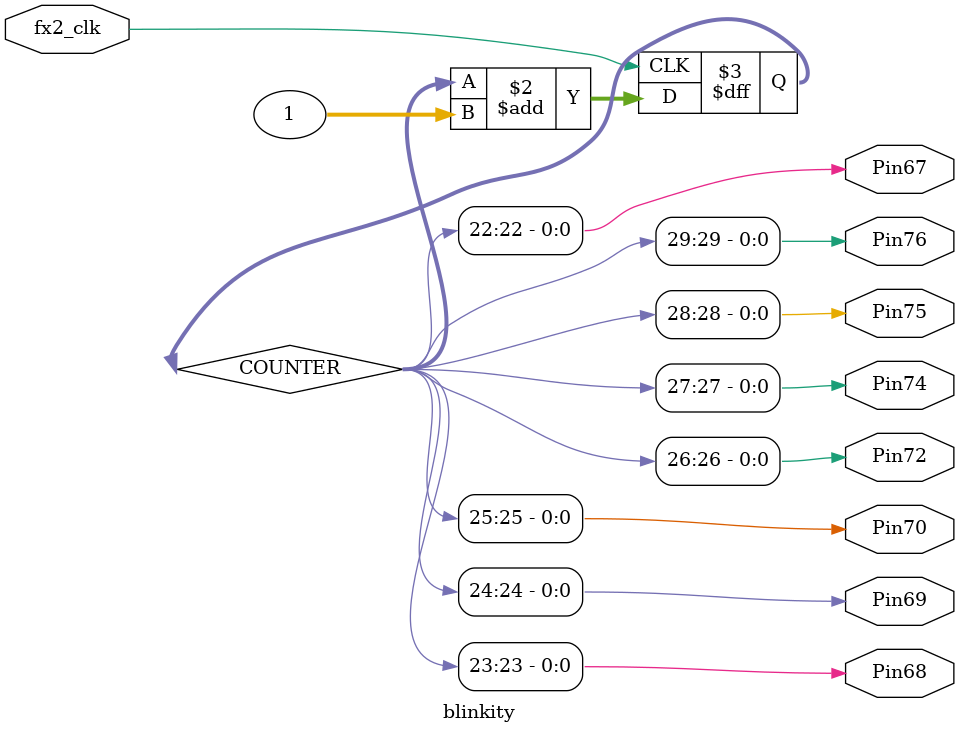
<source format=v>
module blinkity(fx2_clk, Pin67, Pin68, Pin69, 
Pin70, Pin72, Pin74, Pin75, Pin76);

	input fx2_clk;
	output Pin67;
	output Pin68;
	output Pin69;
	output Pin70;
	output Pin72;
	output Pin74;
	output Pin75;
	output Pin76;
	
	reg [32:0] COUNTER;
	
	always @(posedge fx2_clk)
		begin
			COUNTER <= COUNTER + 32'd1;
		end
	
	assign Pin67 = COUNTER[22];
	assign Pin68 = COUNTER[23];
	assign Pin69 = COUNTER[24];
	assign Pin70 = COUNTER[25];
	assign Pin72 = COUNTER[26];
	assign Pin74 = COUNTER[27];
	assign Pin75 = COUNTER[28];
	assign Pin76 = COUNTER[29];
	
endmodule


</source>
